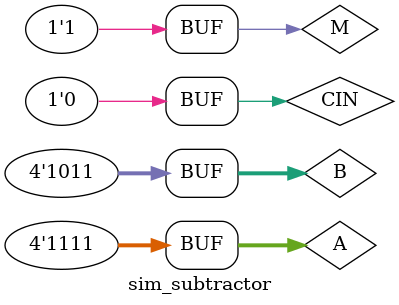
<source format=v>
`timescale 1ns / 1ps


module sim_subtractor(

    );
    
    reg [3:0] A;
    reg [3:0] B;
    reg CIN;
    reg M;
    
    wire [3:0] S;
    wire COUT;
    //wire Mled;
    
    subtractor dut(A, B, CIN, M, S, COUT);
    
    initial begin
   A = 4'b0101; B = 4'b0001; CIN = 0; M = 0; #100;
    A = 4'b0101; B = 4'b1111; CIN = 0; M = 0; #100;
    A = 4'b1111; B = 4'b0101; CIN = 0; M = 0; #100;
    A = 4'b1111; B = 4'b1011; CIN = 0; M = 0; #100;
    
    A = 4'b0101; B = 4'b0001; CIN = 0; M = 1; #100;
   A = 4'b0101; B = 4'b1111; CIN = 0; M = 1; #100;
    A = 4'b1111; B = 4'b0101; CIN = 0; M = 1; #100;
    A = 4'b1111; B = 4'b1011; CIN = 0; M = 1; #100;
  
    end
endmodule

</source>
